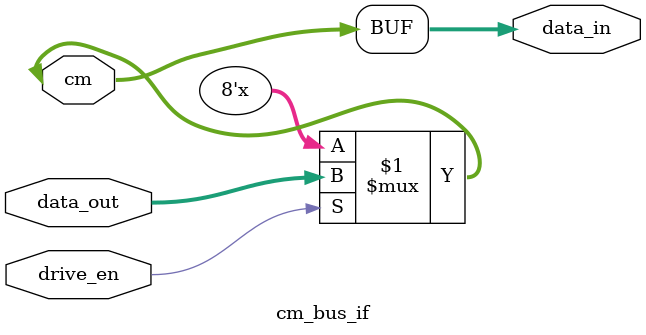
<source format=v>
module cm_bus_if (
    input        drive_en,
    input  [7:0] data_out,
    inout  [7:0] cm,
    output [7:0] data_in
);

    assign cm      = drive_en ? data_out : 8'bZ;
    assign data_in = cm;

endmodule

</source>
